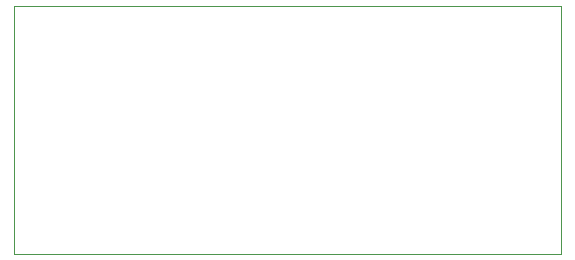
<source format=gko>
G75*
%MOIN*%
%OFA0B0*%
%FSLAX25Y25*%
%IPPOS*%
%LPD*%
%AMOC8*
5,1,8,0,0,1.08239X$1,22.5*
%
%ADD10C,0.00000*%
D10*
X0001000Y0001000D02*
X0001000Y0083461D01*
X0183451Y0083461D01*
X0183451Y0001000D01*
X0001000Y0001000D01*
M02*

</source>
